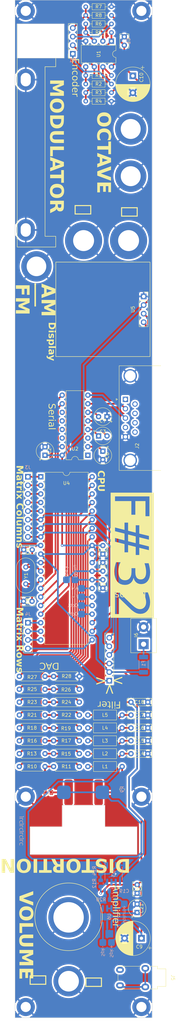
<source format=kicad_pcb>
(kicad_pcb (version 20221018) (generator pcbnew)
  (layers (0 "F.Cu" signal) (31 "B.Cu" signal) (34 "B.Paste" user) (35 "F.Paste" user) (36 "B.SilkS" user "B.Silkscreen") (37 "F.SilkS" user "F.Silkscreen") (38 "B.Mask" user) (39 "F.Mask" user) (44 "Edge.Cuts" user))
  (net 0 "")
  (net 1 "Net-(DISTORTION1-Pad1)")
  (net 2 "Net-(U2-C2+)")
  (net 3 "Net-(C13-Pad2)")
  (net 4 "GND")
  (net 5 "Net-(C16-Pad1)")
  (net 6 "Net-(U2-C2-)")
  (net 7 "Net-(U2-VS+)")
  (net 8 "Net-(C17-Pad1)")
  (net 9 "Net-(C19-Pad1)")
  (net 10 "Net-(J6-Pin_1)")
  (net 13 "RESET")
  (net 14 "+5V")
  (net 15 "MOSI")
  (net 16 "CLK")
  (net 17 "MISO")
  (net 18 "Net-(L1-Pad1)")
  (net 20 "Net-(C13-Pad1)")
  (net 21 "Net-(C14-Pad1)")
  (net 22 "Net-(C15-Pad1)")
  (net 23 "Net-(U2-VS-)")
  (net 24 "Net-(U4-XTAL1)")
  (net 25 "Net-(U4-XTAL2)")
  (net 26 "Net-(U3B-+)")
  (net 27 "Net-(U3B--)")
  (net 29 "DAC7")
  (net 32 "DAC6")
  (net 33 "Net-(J3-Pin_1)")
  (net 34 "DAC5")
  (net 35 "Net-(J3-Pin_2)")
  (net 36 "DAC4")
  (net 37 "Net-(J3-Pin_3)")
  (net 38 "DAC3")
  (net 39 "Net-(J3-Pin_4)")
  (net 40 "DAC2")
  (net 41 "Net-(J3-Pin_5)")
  (net 42 "DAC1")
  (net 43 "Net-(R11-Pad2)")
  (net 44 "DAC0")
  (net 45 "Tremolo")
  (net 46 "Vibrato")
  (net 47 "OctaveSetting1")
  (net 48 "OctaveSetting0")
  (net 49 "Net-(U6-+)")
  (net 50 "Net-(U3A--)")
  (net 51 "Net-(R15-Pad2)")
  (net 52 "Net-(U2-T2OUT)")
  (net 53 "PhaseB")
  (net 54 "Net-(U2-R2IN)")
  (net 55 "Net-(SW6A-C)")
  (net 56 "PhaseA")
  (net 57 "Net-(R17-Pad2)")
  (net 58 "Net-(R19-Pad2)")
  (net 59 "Net-(R22-Pad2)")
  (net 60 "Net-(R24-Pad2)")
  (net 61 "Net-(R26-Pad2)")
  (net 62 "Rx")
  (net 63 "Tx")
  (net 64 "Net-(M1-Pad3)")
  (net 65 "Net-(M1--)")
  (net 66 "Net-(U1A--)")
  (net 67 "Net-(U1B-+)")
  (net 68 "Net-(U1A-+)")
  (net 69 "Net-(U3A-+)")
  (net 70 "Net-(U6--)")
  (net 71 "Net-(SW6A-B)")
  (net 72 "Net-(SW6B-B)")
  (net 73 "Net-(SW6B-C)")
  (net 75 "Row0")
  (net 76 "Row1")
  (net 77 "Row2")
  (net 78 "Row3")
  (net 79 "SCL")
  (net 80 "SDA")
  (net 81 "MenuBtn")
  (net 82 "BackBtn")
  (net 89 "Net-(M1-Pad1)")
  (footprint "Capacitor_THT:C_Rect_L7.0mm_W2.0mm_P5.00mm" (layer "F.Cu") (at 103.585 179.705)
    (fp_text reference "C18")
    (fp_text value "94p")
  )
  (footprint "Resistor_THT:R_Axial_DIN0207_L6.3mm_D2.5mm_P7.62mm_Horizontal" (layer "F.Cu") (at 80.645 172.085)
    (fp_text reference "R28")
    (fp_text value "2k")
  )
  (footprint "Capacitor_THT:C_Rect_L4.0mm_W2.5mm_P2.50mm" (layer "F.Cu") (at 71.76 149.86)
    (fp_text reference "C8")
    (fp_text value "18p")
  )
  (footprint "" (layer "F.Cu") (at 88.9 146.05 -90)
    (fp_text reference "")
    (fp_text value "")
  )
  (footprint "Resistor_THT:R_Axial_DIN0204_L3.6mm_D1.6mm_P7.62mm_Horizontal" (layer "F.Cu") (at 90.18 -3.135)
    (fp_text reference "R2")
    (fp_text value "10k")
  )
  (footprint "Resistor_THT:R_Axial_DIN0204_L3.6mm_D1.6mm_P7.62mm_Horizontal" (layer "F.Cu") (at 97.8 -18.375 180)
    (fp_text reference "R5")
    (fp_text value "680k")
  )
  (footprint "Capacitor_THT:CP_Radial_Tantal_D5.0mm_P2.50mm" (layer "F.Cu") (at 96.48 95.25 180)
    (fp_text reference "C7")
    (fp_text value "10u")
  )
  (footprint "Connector_PinHeader_2.54mm:PinHeader_1x06_P2.54mm_Vertical" (layer "F.Cu") (at 97.155 173.355 180)
    (fp_text reference "J1" hide)
    (fp_text value "PICkit2")
  )
  (footprint "Connector_Wire:SolderWirePad_1x01_SMD_1x2mm" (layer "F.Cu") (at 75.565 50.8 -90)
    (fp_text reference "REF**" hide)
    (fp_text value "SolderWirePad_1x01_SMD_1x2mm")
  )
  (footprint "" (layer "F.Cu") (at 101.6 245.745 -90)
    (fp_text reference "")
    (fp_text value "")
  )
  (footprint "" (layer "F.Cu") (at 83.675 206.375 -90)
    (fp_text reference "")
    (fp_text value "")
  )
  (footprint "Capacitor_THT:C_Rect_L4.0mm_W2.5mm_P2.50mm" (layer "F.Cu") (at 105.41 233.72 -90)
    (fp_text reference "C20")
    (fp_text value "100n")
  )
  (footprint "Resistor_THT:R_Axial_DIN0207_L6.3mm_D2.5mm_P7.62mm_Horizontal" (layer "F.Cu") (at 70.485 183.515)
    (fp_text reference "R21")
    (fp_text value "2k")
  )
  (footprint "" (layer "F.Cu") (at 85.09 206.405 180)
    (fp_text reference "")
    (fp_text value "")
  )
  (footprint "Capacitor_THT:C_Rect_L4.0mm_W2.5mm_P2.50mm" (layer "F.Cu") (at 95.25 140.95 90)
    (fp_text reference "C5")
    (fp_text value "100n")
  )
  (footprint "Resistor_SMD:R_0805_2012Metric" (layer "F.Cu") (at 100.965 205.4925 90)
    (fp_text reference "R9")
    (fp_text value "56k")
  )
  (footprint "" (layer "F.Cu") (at 106.68 207.675 -90)
    (fp_text reference "")
    (fp_text value "")
  )
  (footprint "Resistor_THT:R_Axial_DIN0207_L6.3mm_D2.5mm_P7.62mm_Horizontal" (layer "F.Cu") (at 80.645 187.325)
    (fp_text reference "R19")
    (fp_text value "1k")
  )
  (footprint "Resistor_THT:R_Axial_DIN0207_L6.3mm_D2.5mm_P7.62mm_Horizontal" (layer "F.Cu") (at 80.645 179.705)
    (fp_text reference "R24")
    (fp_text value "1k")
  )
  (footprint "" (layer "F.Cu") (at 101.6 239.395 -90)
    (fp_text reference "")
    (fp_text value "")
  )
  (footprint "Resistor_THT:R_Axial_DIN0207_L6.3mm_D2.5mm_P7.62mm_Horizontal" (layer "F.Cu") (at 80.645 175.895)
    (fp_text reference "R26")
    (fp_text value "1k")
  )
  (footprint "TerminalBlock:TerminalBlock_bornier-2_P5.08mm" (layer "F.Cu") (at 107.315 162.56 90)
    (fp_text reference "J6")
    (fp_text value "POWER")
  )
  (footprint "Connector_PinSocket_2.54mm:PinSocket_1x08_P2.54mm_Vertical" (layer "F.Cu") (at 73.03 113.03)
    (fp_text reference "J3")
    (fp_text value "MatrixCols")
  )
  (footprint "" (layer "F.Cu") (at 97.79 250.825 -90)
    (fp_text reference "")
    (fp_text value "")
  )
  (footprint "Package_DIP:DIP-40_W15.24mm" (layer "F.Cu") (at 76.835 113.035)
    (fp_text reference "U4")
    (fp_text value "ATmega32-16P")
  )
  (footprint "Capacitor_THT:CP_Radial_Tantal_D5.0mm_P2.50mm" (layer "F.Cu") (at 95.25 105.474888 -90)
    (fp_text reference "C6")
    (fp_text value "10u")
  )
  (footprint "Capacitor_THT:CP_Radial_Tantal_D5.0mm_P2.50mm" (layer "F.Cu") (at 78.105 106.68 90)
    (fp_text reference "C2")
    (fp_text value "10u")
  )
  (footprint "" (layer "F.Cu") (at 93.98 206.405 180)
    (fp_text reference "")
    (fp_text value "")
  )
  (footprint "Connector_PinSocket_2.54mm:PinSocket_1x04_P2.54mm_Vertical" (layer "F.Cu") (at 73.03 156.21)
    (fp_text reference "J4")
    (fp_text value "MatrixRows")
  )
  (footprint "" (layer "F.Cu") (at 88.9 148.59 -90)
    (fp_text reference "")
    (fp_text value "")
  )
  (footprint "Connector_Wire:SolderWire-0.1sqmm_1x01_D0.4mm_OD1mm" (layer "F.Cu") (at 72.39 269.875 -90)
    (fp_text reference "" hide)
    (fp_text value "SolderWire-0.1sqmm_1x01_D0.4mm_OD1mm" hide)
  )
  (footprint "Inductor_THT:L_Axial_L6.6mm_D2.7mm_P10.16mm_Horizontal_Vishay_IM-2" (layer "F.Cu") (at 100.965 194.945 180)
    (fp_text reference "L2")
    (fp_text value "56m")
  )
  (footprint "Connector_Audio:Jack_3.5mm_Lumberg_1503_07_Horizontal" (layer "F.Cu") (at 107.83 258.445 -90)
    (fp_text reference "J5")
    (fp_text value "AudioJack2_Ground")
  )
  (footprint "Capacitor_THT:C_Rect_L4.0mm_W2.5mm_P2.50mm" (layer "F.Cu") (at 101.61 -14.605 90)
    (fp_text reference "C1")
    (fp_text value "100n")
  )
  (footprint "Resistor_THT:R_Axial_DIN0207_L6.3mm_D2.5mm_P7.62mm_Horizontal" (layer "F.Cu") (at 70.485 191.135)
    (fp_text reference "R16")
    (fp_text value "2k")
  )
  (footprint "Crystal:Resonator-2Pin_W10.0mm_H5.0mm" (layer "F.Cu") (at 72.395 144.74 90)
    (fp_text reference "Y1")
    (fp_text value "16M")
  )
  (footprint "" (layer "F.Cu") (at 95.105 206.375 180)
    (fp_text reference "")
    (fp_text value "")
  )
  (footprint "Resistor_THT:R_Axial_DIN0204_L3.6mm_D1.6mm_P7.62mm_Horizontal" (layer "F.Cu") (at 90.18 -0.595)
    (fp_text reference "R3")
    (fp_text value "10k")
  )
  (footprint "Resistor_THT:R_Axial_DIN0207_L6.3mm_D2.5mm_P7.62mm_Horizontal" (layer "F.Cu") (at 80.645 183.515)
    (fp_text reference "R22")
    (fp_text value "1k")
  )
  (footprint "Resistor_THT:R_Axial_DIN0207_L6.3mm_D2.5mm_P7.62mm_Horizontal" (layer "F.Cu") (at 80.645 191.135)
    (fp_text reference "R17")
    (fp_text value "1k")
  )
  (footprint "Capacitor_THT:CP_Radial_D10.0mm_P5.00mm" (layer "F.Cu") (at 106.68 249.555 180)
    (fp_text reference "C9")
    (fp_text value "100u")
  )
  (footprint "Resistor_THT:R_Axial_DIN0207_L6.3mm_D2.5mm_P7.62mm_Horizontal" (layer "F.Cu") (at 70.485 172.085)
    (fp_text reference "R27")
    (fp_text value "2k")
  )
  (footprint "Connector_Wire:SolderWire-0.1sqmm_1x01_D0.4mm_OD1mm" (layer "F.Cu") (at 106.68 269.875 -90)
    (fp_text reference "" hide)
    (fp_text value "SolderWire-0.1sqmm_1x01_D0.4mm_OD1mm" hide)
  )
  (footprint "Resistor_THT:R_Axial_DIN0207_L6.3mm_D2.5mm_P7.62mm_Horizontal" (layer "F.Cu") (at 80.645 198.755)
    (fp_text reference "R11")
    (fp_text value "1k")
  )
  (footprint "Connector_Wire:SolderWirePad_1x01_SMD_1x2mm" (layer "F.Cu") (at 85.09 243.37 -90)
    (fp_text reference "REF**" hide)
    (fp_text value "SolderWirePad_1x01_SMD_1x2mm")
  )
  (footprint "Inductor_THT:L_Axial_L6.6mm_D2.7mm_P10.16mm_Horizontal_Vishay_IM-2" (layer "F.Cu") (at 100.965 183.515 180)
    (fp_text reference "L5")
    (fp_text value "56m")
  )
  (footprint "Capacitor_THT:C_Rect_L7.0mm_W2.0mm_P5.00mm" (layer "F.Cu") (at 103.585 191.135)
    (fp_text reference "C15")
    (fp_text value "94p")
  )
  (footprint "Connector_Wire:SolderWirePad_1x01_SMD_1x2mm" (layer "F.Cu") (at 102.87 43.18 -90)
    (fp_text reference "REF**" hide)
    (fp_text value "SolderWirePad_1x01_SMD_1x2mm")
  )
  (footprint "Resistor_THT:R_Axial_DIN0204_L3.6mm_D1.6mm_P7.62mm_Horizontal" (layer "F.Cu") (at 90.18 -25.995)
    (fp_text reference "R7")
    (fp_text value "10k")
  )
  (footprint "Resistor_THT:R_Axial_DIN0204_L3.6mm_D1.6mm_P7.62mm_Horizontal" (layer "F.Cu") (at 90.18 1.945)
    (fp_text reference "R4")
    (fp_text value "10k")
  )
  (footprint "Capacitor_THT:C_Rect_L4.0mm_W2.5mm_P2.50mm" (layer "F.Cu") (at 95.25 143.51 -90)
    (fp_text reference "C4")
    (fp_text value "100n")
  )
  (footprint "Resistor_THT:R_Axial_DIN0207_L6.3mm_D2.5mm_P7.62mm_Horizontal" (layer "F.Cu") (at 70.485 194.945)
    (fp_text reference "R13")
    (fp_text value "2k")
  )
  (footprint "Capacitor_THT:C_Rect_L4.0mm_W2.5mm_P2.50mm" (layer "F.Cu") (at 71.8 134.62)
    (fp_text reference "C11")
    (fp_text value "18p")
  )
  (footprint "" (layer "F.Cu") (at 86.995 143.51 -90)
    (fp_text reference "")
    (fp_text value "")
  )
  (footprint "" (layer "F.Cu") (at 84.455 143.51 -90)
    (fp_text reference "")
    (fp_text value "")
  )
  (footprint "Capacitor_THT:C_Rect_L4.0mm_W2.5mm_P2.50mm" (layer "F.Cu") (at 95.25 133.39 -90)
    (fp_text reference "C12")
    (fp_text value "100n")
  )
  (footprint "Capacitor_THT:CP_Radial_D10.0mm_P5.00mm" (layer "F.Cu") (at 104.14 -5.542677 -90)
    (fp_text reference "C10")
    (fp_text value "100u")
  )
  (footprint "Package_DIP:DIP-8_W7.62mm" (layer "F.Cu") (at 97.79 -15.825 -90)
    (fp_text reference "U1")
    (fp_text value "TLC3702")
  )
  (footprint "Capacitor_THT:CP_Radial_Tantal_D5.0mm_P2.50mm" (layer "F.Cu") (at 93.98 100.965)
    (fp_text reference "C3")
    (fp_text value "10u")
  )
  (footprint "Connector_Wire:SolderWire-0.1sqmm_1x01_D0.4mm_OD1mm" (layer "F.Cu") (at 72.39 40.035 -90)
    (fp_text reference "" hide)
    (fp_text value "SolderWire-0.1sqmm_1x01_D0.4mm_OD1mm" hide)
  )
  (footprint "" (layer "F.Cu") (at 72.39 207.675 -90)
    (fp_text reference "")
    (fp_text value "")
  )
  (footprint "Inductor_THT:L_Axial_L6.6mm_D2.7mm_P10.16mm_Horizontal_Vishay_IM-2" (layer "F.Cu") (at 100.965 198.755 180)
    (fp_text reference "L1")
    (fp_text value "56m")
  )
  (footprint "Connector_Wire:SolderWirePad_1x01_SMD_1x2mm" (layer "F.Cu") (at 103.505 10.16 -90)
    (fp_text reference "REF**" hide)
    (fp_text value "SolderWirePad_1x01_SMD_1x2mm")
  )
  (footprint "Connector_PinSocket_2.54mm:PinSocket_1x04_P2.54mm_Vertical" (layer "F.Cu") (at 86.335 -12.075 180)
    (fp_text reference "M1")
    (fp_text value "Stepper")
  )
  (footprint "Connector_PinSocket_2.54mm:PinSocket_1x04_P2.54mm_Vertical" (layer "F.Cu") (at 107.34 59.7)
    (fp_text reference "U5")
    (fp_text value "SSD1306")
  )
  (footprint "Capacitor_THT:C_Rect_L7.0mm_W2.0mm_P5.00mm" (layer "F.Cu") (at 103.585 183.515)
    (fp_text reference "C17")
    (fp_text value "94p")
  )
  (footprint "Capacitor_THT:C_Rect_L7.0mm_W2.0mm_P5.00mm" (layer "F.Cu") (at 103.585 187.325)
    (fp_text reference "C16")
    (fp_text value "94p")
  )
  (footprint "Resistor_THT:R_Axial_DIN0207_L6.3mm_D2.5mm_P7.62mm_Horizontal" (layer "F.Cu") (at 70.485 179.705)
    (fp_text reference "R23")
    (fp_text value "2k")
  )
  (footprint "Connector_Dsub:DSUB-9_Female_Horizontal_P2.77x2.84mm_EdgePinOffset7.70mm_Housed_MountingHolesOffset9.12mm" (layer "F.Cu") (at 101.935 90.145 90)
    (fp_text reference "J2")
    (fp_text value "SerialPort")
  )
  (footprint "Connector_Wire:SolderWirePad_1x01_SMD_1x2mm" (layer "F.Cu") (at 103.505 24.13 -90)
    (fp_text reference "REF**" hide)
    (fp_text value "SolderWirePad_1x01_SMD_1x2mm")
  )
  (footprint "Inductor_THT:L_Axial_L6.6mm_D2.7mm_P10.16mm_Horizontal_Vishay_IM-2" (layer "F.Cu") (at 100.965 191.135 180)
    (fp_text reference "L3")
    (fp_text value "56m")
  )
  (footprint "Resistor_THT:R_Axial_DIN0204_L3.6mm_D1.6mm_P7.62mm_Horizontal" (layer "F.Cu") (at 90.18 -20.915)
    (fp_text reference "R6")
    (fp_text value "10k")
  )
  (footprint "Package_DIP:DIP-16_W7.62mm" (layer "F.Cu") (at 90.805 106.68 180)
    (fp_text reference "U2")
    (fp_text value "MAX232")
  )
  (footprint "Connector_Wire:SolderWirePad_1x01_SMD_1x2mm" (layer "F.Cu") (at 89.535 43.18 -90)
    (fp_text reference "REF**" hide)
    (fp_text value "SolderWirePad_1x01_SMD_1x2mm")
  )
  (footprint "Resistor_THT:R_Axial_DIN0207_L6.3mm_D2.5mm_P7.62mm_Horizontal" (layer "F.Cu") (at 70.485 198.755)
    (fp_text reference "R10")
    (fp_text value "2k")
  )
  (footprint "Resistor_THT:R_Axial_DIN0204_L3.6mm_D1.6mm_P7.62mm_Horizontal" (layer "F.Cu") (at 97.8 -5.675 180)
    (fp_text reference "R1")
    (fp_text value "680k")
  )
  (footprint "Capacitor_THT:C_Rect_L7.0mm_W2.0mm_P5.00mm" (layer "F.Cu") (at 103.585 194.945)
    (fp_text reference "C14")
    (fp_text value "94p")
  )
  (footprint "Capacitor_SMD:C_0805_2012Metric" (layer "F.Cu") (at 79.055 206.405 180)
    (fp_text reference "C13")
    (fp_text value "C")
  )
  (footprint "Connector_Wire:SolderWirePad_1x01_SMD_1x2mm" (layer "F.Cu") (at 85.09 262.255 -90)
    (fp_text reference "REF**" hide)
    (fp_text value "SolderWirePad_1x01_SMD_1x2mm")
  )
  (footprint "Resistor_THT:R_Axial_DIN0207_L6.3mm_D2.5mm_P7.62mm_Horizontal" (layer "F.Cu") (at 80.645 194.945)
    (fp_text reference "R15")
    (fp_text value "1k")
  )
  (footprint "Resistor_THT:R_Axial_DIN0204_L3.6mm_D1.6mm_P7.62mm_Horizontal" (layer "F.Cu") (at 90.18 -23.455)
    (fp_text reference "R8")
    (fp_text value "10k")
  )
  (footprint "Connector_Wire:SolderWire-0.1sqmm_1x01_D0.4mm_OD1mm" (layer "F.Cu") (at 72.39 -4.445 -90)
    (fp_text reference "" hide)
    (fp_text value "SolderWire-0.1sqmm_1x01_D0.4mm_OD1mm" hide)
  )
  (footprint "" (layer "F.Cu") (at 88.9 151.13 -90)
    (fp_text reference "")
    (fp_text value "")
  )
  (footprint "" (layer "F.Cu") (at 106.68 -24.765 -90)
    (fp_text reference "")
    (fp_text value "")
  )
  (footprint "Resistor_THT:R_Axial_DIN0207_L6.3mm_D2.5mm_P7.62mm_Horizontal" (layer "F.Cu") (at 70.485 187.325)
    (fp_text reference "R18")
    (fp_text value "2k")
  )
  (footprint "" (layer "F.Cu") (at 72.39 -24.765 -90)
    (fp_text reference "")
    (fp_text value "")
  )
  (footprint "" (layer "F.Cu") (at 95.25 250.825 -90)
    (fp_text reference "")
    (fp_text value "")
  )
  (footprint "Capacitor_THT:CP_Radial_Tantal_D5.0mm_P2.50mm" (layer "F.Cu") (at 105.41 241.935 90)
    (fp_text reference "C21")
    (fp_text value "10u")
  )
  (footprint "Resistor_THT:R_Axial_DIN0207_L6.3mm_D2.5mm_P7.62mm_Horizontal" (layer "F.Cu") (at 70.485 175.895)
    (fp_text reference "R25")
    (fp_text value "2k")
  )
  (footprint "" (layer "F.Cu") (at 88.9 153.67 -90)
    (fp_text reference "")
    (fp_text value "")
  )
  (footprint "Inductor_THT:L_Axial_L6.6mm_D2.7mm_P10.16mm_Horizontal_Vishay_IM-2" (layer "F.Cu") (at 100.965 187.325 180)
    (fp_text reference "L4")
    (fp_text value "56m")
  )
  (footprint "Package_SO:SOIC-8_3.9x4.9mm_P1.27mm" (layer "B.Cu") (at 97.155 243.205 -90)
    (fp_text reference "U6")
    (fp_text value "LM4861")
  )
  (footprint "Resistor_SMD:R_0805_2012Metric" (layer "B.Cu") (at 94.615 229.5925 90)
    (fp_text reference "R14")
    (fp_text value "R")
  )
  (footprint "Package_SO:SOIC-8_3.9x4.9mm_P1.27mm" (layer "B.Cu") (at 98.425 230.44 -90)
    (fp_text reference "U3")
    (fp_text value "MCP6002-xSN")
  )
  (footprint "Capacitor_SMD:C_0805_2012Metric" (layer "B.Cu") (at 98.11 235.585)
    (fp_text reference "C19")
    (fp_text value "C")
  )
  (footprint "Resistor_SMD:R_0805_2012Metric" (layer "B.Cu") (at 98.1475 238.125 180)
    (fp_text reference "R20")
    (fp_text value "56k")
  )
  (footprint "Resistor_SMD:R_0805_2012Metric" (layer "B.Cu") (at 94.615 233.3225 90)
    (fp_text reference "R12")
    (fp_text value "R")
  )
  (footprint "Fuse:Fuse_2010_5025Metric" (layer "B.Cu") (at 107.315 168.62 90)
    (fp_text reference "F1")
    (fp_text value "Fuse")
  )
  (gr_line (start 69.85 -20.955) (end 69.85 45.085) (stroke (width 0.15)) (layer "F.SilkS"))
  (gr_rect (start 81.305 49.54) (end 109.245 77.48) (stroke (width 0.15)) (fill none) (layer "F.SilkS"))
  (gr_line (start 81.28 45.085) (end 81.28 41.91) (stroke (width 0.15)) (layer "F.SilkS"))
  (gr_line (start 81.28 -8.255) (end 78.105 -8.255) (stroke (width 0.15)) (layer "F.SilkS"))
  (gr_line (start 78.105 -8.255) (end 78.105 41.91) (stroke (width 0.15)) (layer "F.SilkS"))
  (gr_circle (center 85.09 243.205) (end 85.09 253.205) (stroke (width 0.15)) (fill none) (layer "F.SilkS"))
  (gr_line (start 81.28 -8.255) (end 81.28 -10.795) (stroke (width 0.15)) (layer "F.SilkS"))
  (gr_line (start 69.85 45.085) (end 81.28 45.085) (stroke (width 0.15)) (layer "F.SilkS"))
  (gr_line (start 81.28 41.91) (end 78.105 41.91) (stroke (width 0.15)) (layer "F.SilkS"))
  (gr_line (start 105.41 224.79) (end 105.41 216.535) (stroke (width 0.1)) (layer "Edge.Cuts"))
  (gr_line (start 73.66 216.535) (end 73.66 224.79) (stroke (width 0.1)) (layer "Edge.Cuts"))
  (gr_line (start 83.185 210.185) (end 83.185 216.535) (stroke (width 0.1)) (layer "Edge.Cuts"))
  (gr_line (start 95.885 210.185) (end 83.185 210.185) (stroke (width 0.1)) (layer "Edge.Cuts"))
  (gr_line (start 95.885 216.535) (end 95.885 210.185) (stroke (width 0.1)) (layer "Edge.Cuts"))
  (gr_line (start 73.66 224.79) (end 105.41 224.79) (stroke (width 0.1)) (layer "Edge.Cuts"))
  (gr_line (start 105.41 216.535) (end 95.885 216.535) (stroke (width 0.1)) (layer "Edge.Cuts"))
  (gr_line (start 83.185 216.535) (end 73.66 216.535) (stroke (width 0.1)) (layer "Edge.Cuts"))
  (gr_rect (start 69.85 -20.955) (end 83.82 -10.795) (stroke (width 0.1)) (fill none) (layer "Edge.Cuts"))
  (gr_rect (start 69.215 -27.94) (end 109.855 273.05) (stroke (width 0.1)) (fill none) (layer "Edge.Cuts"))
  (gr_text "Volume" (at 101.6 242.57 -90) (layer "B.SilkS") (effects (font (size 1 1)) (justify mirror)))
  (gr_text "Menu" (at 86.995 140.97 -90) (layer "B.SilkS") (effects (font (size 1 1)) (justify mirror)))
  (gr_text "JLCJLCJLCJLC" (at 71.12 217.805 90) (layer "B.SilkS") (effects (font (size 1 1)) (justify mirror)))
  (gr_text "Oct1" (at 86.36 151.13) (layer "B.SilkS") (effects (font (size 1 1)) (justify mirror)))
  (gr_text "Back" (at 84.455 140.97 -90) (layer "B.SilkS") (effects (font (size 1 1)) (justify mirror)))
  (gr_text "Oct0" (at 86.36 153.67) (layer "B.SilkS") (effects (font (size 1 1)) (justify mirror)))
  (gr_text "FM" (at 86.995 148.59) (layer "B.SilkS") (effects (font (size 1 1)) (justify mirror)))
  (gr_text "Spk-" (at 95.25 253.365 -90) (layer "B.SilkS") (effects (font (size 1 1)) (justify mirror)))
  (gr_text "Spk+" (at 97.79 253.365 -90) (layer "B.SilkS") (effects (font (size 1 1)) (justify mirror)))
  (gr_text "AM" (at 86.995 146.05) (layer "B.SilkS") (effects (font (size 1 1)) (justify mirror)))
  (gr_text "Matrix Columns" (at 70.485 121.92 -90) (layer "F.SilkS") (effects (font (size 2 2) (thickness 0.4) bold)))
  (gr_text "CPU" (at 94.615 114.3 -90) (layer "F.SilkS") (effects (font (size 2 2) (thickness 0.4) bold)))
  (gr_text "Serial" (at 80.01 95.25 -90) (layer "F.SilkS") (effects (font (size 2 2))))
  (gr_text "Display\n" (at 80.01 73.025 -90) (layer "F.SilkS") (effects (font (size 2 2) (thickness 0.4) bold)))
  (gr_text "MODULATOR" (at 81.28 15.24 -90) (layer "F.SilkS") (effects (font (size 4 4) (thickness 0.8) bold)))
  (gr_text "Filter" (at 97.155 180.34 180) (layer "F.SilkS") (effects (font (size 2 2))))
  (gr_text "Encoder" (at 86.995 -5.08 -90) (layer "F.SilkS") (effects (font (size 2 2))))
  (gr_text "󰁭 " (at 89.535 32.385 -90) (layer "F.SilkS") (effects (font (size 4 4) (thickness 0.375)) (justify left)))
  (gr_text "󰋋 " (at 76.2 262.89 -90) (layer "F.SilkS") (effects (font (size 4 4) (thickness 0.6) bold)))
  (gr_text "<" (at 97.155 175.895 -90) (layer "F.SilkS") (effects (font (size 3 3))))
  (gr_text "<" (at 94.615 173.355 180) (layer "F.SilkS") (effects (font (size 3 3))))
  (gr_text "Flofrost" (at 102.87 147.955 180) (layer "F.SilkS") (effects (font (size 2 2))))
  (gr_text "VOLUME" (at 69.85 235.585 -90) (layer "F.SilkS") (effects (font (size 4 4) (thickness 0.6) bold) (justify left bottom)))
  (gr_text "<" (at 99.695 173.355) (layer "F.SilkS") (effects (font (size 3 3))))
  (gr_text "OCTAVE" (at 95.25 17.145 -90) (layer "F.SilkS") (effects (font (size 4 4) (thickness 0.6) bold)))
  (gr_text "AM" (at 78.74 55.88 -90) (layer "F.SilkS") (effects (font (size 4 4) (thickness 0.8) bold) (justify left)))
  (gr_text "DAC" (at 79.375 168.91 180) (layer "F.SilkS") (effects (font (size 2 2))))
  (gr_text "󱄠 " (at 92.71 263.525 -90) (layer "F.SilkS") (effects (font (size 4 4) (thickness 0.6) bold)))
  (gr_text "FM" (at 71.12 55.88 -90) (layer "F.SilkS") (effects (font (size 4 4) (thickness 0.8) bold) (justify left)))
  (gr_text "F#32" (at 97.155 117.475 -90) (layer "F.SilkS" knockout) (effects (font (size 10 10)) (justify left bottom)))
  (gr_text "──" (at 74.93 55.88 -90) (layer "F.SilkS") (effects (font (size 4 4) (thickness 0.8) bold) (justify left)))
  (gr_text "󰮫 " (at 100.965 33.02 -90) (layer "F.SilkS") (effects (font (size 4 4) (thickness 0.6) bold) (justify left bottom)))
  (gr_text "DISTORTION" (at 103.505 225.425 180) (layer "F.SilkS") (effects (font (size 4 4) (thickness 0.3) bold) (justify left bottom)))
  (gr_text "Amplifier" (at 99.06 240.03 -90) (layer "F.SilkS") (effects (font (size 2 2))))
  (gr_text "Matrix Rows" (at 70.485 161.29 -90) (layer "F.SilkS") (effects (font (size 2 2) (thickness 0.4) bold)))
  (segment (start 100.965 206.405) (end 93.98 206.405) (width 0.5) (layer "F.Cu") (net 1))
  (segment (start 90.805 99.06) (end 92.075 99.06) (width 0.5) (layer "F.Cu") (net 2))
  (segment (start 92.075 99.06) (end 93.98 100.965) (width 0.5) (layer "F.Cu") (net 2))
  (segment (start 78.105 206.405) (end 78.105 198.755) (width 0.5) (layer "F.Cu") (net 3))
  (segment (start 80.645 198.755) (end 78.105 198.755) (width 0.5) (layer "F.Cu") (net 3))
  (via (at 99.06 230.505) (size 0.8) (drill 0.4) (layers "F.Cu" "B.Cu") (net 4))
  (segment (start 100.33 229.235) (end 99.06 230.505) (width 0.5) (layer "B.Cu") (net 4))
  (segment (start 100.33 227.965) (end 100.33 229.235) (width 0.5) (layer "B.Cu") (net 4))
  (segment (start 103.665 187.325) (end 100.965 187.325) (width 0.5) (layer "F.Cu") (net 5))
  (segment (start 90.805 191.135) (end 97.155 191.135) (width 0.5) (layer "F.Cu") (net 5))
  (segment (start 97.155 191.135) (end 100.965 187.325) (width 0.5) (layer "F.Cu") (net 5))
  (segment (start 90.805 96.52) (end 92.035 96.52) (width 0.5) (layer "F.Cu") (net 6))
  (segment (start 92.035 96.52) (end 96.48 100.965) (width 0.5) (layer "F.Cu") (net 6))
  (segment (start 90.805 104.14) (end 93.915112 104.14) (width 0.5) (layer "F.Cu") (net 7))
  (segment (start 93.915112 104.14) (end 95.25 105.474888) (width 0.5) (layer "F.Cu") (net 7))
  (segment (start 97.155 187.325) (end 100.965 183.515) (width 0.5) (layer "F.Cu") (net 8))
  (segment (start 90.805 187.325) (end 97.155 187.325) (width 0.5) (layer "F.Cu") (net 8))
  (segment (start 103.665 183.515) (end 100.965 183.515) (width 0.5) (layer "F.Cu") (net 8))
  (segment (start 97.235 235.66) (end 97.16 235.585) (width 0.5) (layer "B.Cu") (net 9))
  (segment (start 97.235 238.125) (end 97.235 235.66) (width 0.5) (layer "B.Cu") (net 9))
  (segment (start 107.315 166.37) (end 107.315 162.56) (width 0.5) (layer "B.Cu") (net 10))
  (segment (start 70.485 163.58) (end 70.485 134.167233) (width 0.5) (layer "B.Cu") (net 13))
  (segment (start 97.155 173.355) (end 93.98 173.355) (width 0.5) (layer "B.Cu") (net 13))
  (segment (start 85.755 165.13) (end 72.035 165.13) (width 0.5) (layer "B.Cu") (net 13))
  (segment (start 71.297233 133.355) (end 76.835 133.355) (width 0.5) (layer "B.Cu") (net 13))
  (segment (start 72.035 165.13) (end 70.485 163.58) (width 0.5) (layer "B.Cu") (net 13))
  (segment (start 70.485 134.167233) (end 71.297233 133.355) (width 0.5) (layer "B.Cu") (net 13))
  (segment (start 93.98 173.355) (end 85.755 165.13) (width 0.5) (layer "B.Cu") (net 13))
  (segment (start 97.8 -0.595) (end 101.61 -4.405) (width 0.5) (layer "F.Cu") (net 14))
  (segment (start 101.61 -14.605) (end 101.61 -8.072677) (width 0.5) (layer "F.Cu") (net 14))
  (segment (start 105.41 199.39) (end 105.41 174.625) (width 0.5) (layer "F.Cu") (net 14))
  (segment (start 105.41 174.625) (end 101.6 170.815) (width 0.5) (layer "F.Cu") (net 14))
  (segment (start 101.61 -4.405) (end 101.61 -14.605) (width 0.5) (layer "F.Cu") (net 14))
  (segment (start 106.68 214.45) (end 103.015 210.785) (width 0.5) (layer "F.Cu") (net 14))
  (segment (start 83.185 106.68) (end 83.185 133.35) (width 0.5) (layer "F.Cu") (net 14))
  (segment (start 106.68 232.602586) (end 106.68 214.45) (width 0.5) (layer "F.Cu") (net 14))
  (segment (start 105.41 233.72) (end 105.562586 233.72) (width 0.5) (layer "F.Cu") (net 14))
  (segment (start 109.22 -0.462677) (end 104.14 -5.542677) (width 0.5) (layer "F.Cu") (net 14))
  (segment (start 107.34 62.24) (end 109.22 60.36) (width 0.5) (layer "F.Cu") (net 14))
  (segment (start 99.695 -21.56) (end 97.8 -23.455) (width 0.5) (layer "F.Cu") (net 14))
  (segment (start 103.015 201.785) (end 105.41 199.39) (width 0.5) (layer "F.Cu") (net 14))
  (segment (start 105.41 233.72) (end 97.115 233.72) (width 0.5) (layer "F.Cu") (net 14))
  (segment (start 109.22 60.36) (end 109.22 -0.462677) (width 0.5) (layer "F.Cu") (net 14))
  (segment (start 103.015 210.785) (end 103.015 201.785) (width 0.5) (layer "F.Cu") (net 14))
  (segment (start 101.61 -14.605) (end 99.695 -16.52) (width 0.5) (layer "F.Cu") (net 14))
  (segment (start 97.115 233.72) (end 94.615 236.22) (width 0.5) (layer "F.Cu") (net 14))
  (segment (start 101.61 -12.025) (end 97.79 -8.205) (width 0.5) (layer "F.Cu") (net 14))
  (segment (start 105.41 233.72) (end 106.68 234.99) (width 0.5) (layer "F.Cu") (net 14))
  (segment (start 101.6 170.815) (end 97.155 170.815) (width 0.5) (layer "F.Cu") (net 14))
  (segment (start 101.61 -8.072677) (end 104.14 -5.542677) (width 0.5) (layer "F.Cu") (net 14))
  (segment (start 105.562586 233.72) (end 106.68 232.602586) (width 0.5) (layer "F.Cu") (net 14))
  (segment (start 99.695 -16.52) (end 99.695 -21.56) (width 0.5) (layer "F.Cu") (net 14))
  (segment (start 101.61 -14.605) (end 101.61 -12.025) (width 0.5) (layer "F.Cu") (net 14))
  (segment (start 106.68 234.99) (end 106.68 249.555) (width 0.5) (layer "F.Cu") (net 14))
  (via (at 94.615 236.22) (size 0.8) (drill 0.4) (layers "F.Cu" "B.Cu") (net 14))
  (via (at 83.185 133.35) (size 0.8) (drill 0.4) (layers "F.Cu" "B.Cu") (net 14))
  (segment (start 107.315 170.87) (end 107.26 170.815) (width 0.5) (layer "B.Cu") (net 14))
  (segment (start 78.105 106.68) (end 83.185 106.68) (width 0.5) (layer "B.Cu") (net 14))
  (segment (start 95.215 133.355) (end 95.25 133.39) (width 0.5) (layer "B.Cu") (net 14))
  (segment (start 91.44 160.02) (end 81.915 150.495) (width 0.5) (layer "B.Cu") (net 14))
  (segment (start 92.075 133.355) (end 95.215 133.355) (width 0.5) (layer "B.Cu") (net 14))
  (segment (start 106.68 249.555) (end 106.68 248.055) (width 0.5) (layer "B.Cu") (net 14))
  (segment (start 93.325 137.185) (end 92.075 138.435) (width 0.5) (layer "B.Cu") (net 14))
  (segment (start 107.26 170.815) (end 97.155 170.815) (width 0.5) (layer "B.Cu") (net 14))
  (segment (start 76.835 135.895) (end 89.535 135.895) (width 0.5) (layer "B.Cu") (net 14))
  (segment (start 81.915 150.495) (end 81.915 140.975) (width 0.5) (layer "B.Cu") (net 14))
  (segment (start 92.607767 160.02) (end 91.44 160.02) (width 0.5) (layer "B.Cu") (net 14))
  (segment (start 97.79 244.475) (end 97.79 245.68) (width 0.5) (layer "B.Cu") (net 14))
  (segment (start 81.915 140.975) (end 76.835 135.895) (width 0.5) (layer "B.Cu") (net 14))
  (segment (start 89.555 100.31) (end 83.185 106.68) (width 0.5) (layer "B.Cu") (net 14))
  (segment (start 102.88 244.255) (end 98.01 244.255) (width 0.5) (layer "B.Cu") (net 14))
  (segment (start 97.155 170.815) (end 93.325 166.985) (width 0.5) (layer "B.Cu") (net 14))
  (segment (start 89.535 135.895) (end 92.075 133.355) (width 0.5) (layer "B.Cu") (net 14))
  (segment (start 92.075 133.355) (end 93.325 134.605) (width 0.5) (layer "B.Cu") (net 14))
  (segment (start 83.185 133.35) (end 83.19 133.355) (width 0.5) (layer "B.Cu") (net 14))
  (segment (start 94.615 234.235) (end 95.2 234.235) (width 0.5) (layer "B.Cu") (net 14))
  (segment (start 107.34 62.24) (end 89.555 80.025) (width 0.5) (layer "B.Cu") (net 14))
  (segment (start 89.555 80.025) (end 89.555 100.31) (width 0.5) (layer "B.Cu") (net 14))
  (segment (start 93.325 166.985) (end 93.325 160.737233) (width 0.5) (layer "B.Cu") (net 14))
  (segment (start 106.68 248.055) (end 102.88 244.255) (width 0.5) (layer "B.Cu") (net 14))
  (segment (start 94.615 234.235) (end 94.615 236.22) (width 0.5) (layer "B.Cu") (net 14))
  (segment (start 93.325 134.605) (end 93.325 137.185) (width 0.5) (layer "B.Cu") (net 14))
  (segment (start 95.2 234.235) (end 96.52 232.915) (width 0.5) (layer "B.Cu") (net 14))
  (segment (start 98.01 244.255) (end 97.79 244.475) (width 0.5) (layer "B.Cu") (net 14))
  (segment (start 93.325 160.737233) (end 92.607767 160.02) (width 0.5) (layer "B.Cu") (net 14))
  (segment (start 83.19 133.355) (end 92.075 133.355) (width 0.5) (layer "B.Cu") (net 14))
  (segment (start 76.83 125.73) (end 76.835 125.735) (width 0.5) (layer "F.Cu") (net 15))
  (segment (start 73.03 125.73) (end 76.83 125.73) (width 0.5) (layer "F.Cu") (net 15))
  (segment (start 97.155 165.735) (end 99.125 163.765) (width 0.5) (layer "B.Cu") (net 15))
  (segment (start 99.125 130.977233) (end 92.607767 124.46) (width 0.5) (layer "B.Cu") (net 15))
  (segment (start 99.125 163.765) (end 99.125 130.977233) (width 0.5) (layer "B.Cu") (net 15))
  (segment (start 78.11 124.46) (end 76.835 125.735) (width 0.5) (layer "B.Cu") (net 15))
  (segment (start 92.607767 124.46) (end 78.11 124.46) (width 0.5) (layer "B.Cu") (net 15))
  (segment (start 73.03 130.81) (end 76.83 130.81) (width 0.5) (layer "F.Cu") (net 16))
  (segment (start 76.83 130.81) (end 76.835 130.815) (width 0.5) (layer "F.Cu") (net 16))
  (segment (start 78.085 129.565) (end 76.835 130.815) (width 0.5) (layer "B.Cu") (net 16))
  (segment (start 97.725 133.92) (end 93.37 129.565) (width 0.5) (layer "B.Cu") (net 16))
  (segment (start 95.855 159.415) (end 97.725 157.545) (width 0.5) (layer "B.Cu") (net 16))
  (segment (start 93.37 129.565) (end 78.085 129.565) (width 0.5) (layer "B.Cu") (net 16))
  (segment (start 97.155 163.195) (end 95.855 161.895) (width 0.5) (layer "B.Cu") (net 16))
  (segment (start 97.725 157.545) (end 97.725 133.92) (width 0.5) (layer "B.Cu") (net 16))
  (segment (start 95.855 161.895) (end 95.855 159.415) (width 0.5) (layer "B.Cu") (net 16))
  (segment (start 76.83 128.27) (end 76.835 128.275) (width 0.5) (layer "F.Cu") (net 17))
  (segment (start 73.03 128.27) (end 76.83 128.27) (width 0.5) (layer "F.Cu") (net 17))
  (segment (start 76.835 128.275) (end 78.085 127.025) (width 0.5) (layer "B.Cu") (net 17))
  (segment (start 78.085 127.025) (end 92.592767 127.025) (width 0.5) (layer "B.Cu") (net 17))
  (segment (start 92.592767 127.025) (end 98.425 132.857233) (width 0.5) (layer "B.Cu") (net 17))
  (segment (start 98.425 159.385) (end 97.155 160.655) (width 0.5) (layer "B.Cu") (net 17))
  (segment (start 98.425 132.857233) (end 98.425 159.385) (width 0.5) (layer "B.Cu") (net 17))
  (segment (start 100.965 204.58) (end 100.965 198.755) (width 0.5) (layer "F.Cu") (net 18))
  (segment (start 96.52 227.965) (end 94.615 226.06) (width 0.5) (layer "B.Cu") (net 18))
  (segment (start 73.17 212.12) (end 82.09 203.2) (width 0.5) (layer "B.Cu") (net 18))
  (segment (start 82.09 203.2) (end 96.52 203.2) (width 0.5) (layer "B.Cu") (net 18))
  (segment (start 74.295 226.06) (end 73.17 224.935) (width 0.5) (layer "B.Cu") (net 18))
  (segment (start 94.615 226.06) (end 74.295 226.06) (width 0.5) (layer "B.Cu") (net 18))
  (segment (start 73.17 224.935) (end 73.17 212.12) (width 0.5) (layer "B.Cu") (net 18))
  (segment (start 96.52 203.2) (end 100.965 198.755) (width 0.5) (layer "B.Cu") (net 18))
  (segment (start 80.005 206.405) (end 85.09 206.405) (width 0.5) (layer "F.Cu") (net 20))
  (segment (start 103.505 194.945) (end 100.965 194.945) (width 0.5) (layer "F.Cu") (net 21))
  (segment (start 90.805 198.755) (end 97.155 198.755) (width 0.5) (layer "F.Cu") (net 21))
  (segment (start 97.155 198.755) (end 100.965 194.945) (width 0.5) (layer "F.Cu") (net 21))
  (segment (start 103.585 191.135) (end 100.965 191.135) (width 0.5) (layer "F.Cu") (net 22))
  (segment (start 90.805 194.945) (end 97.155 194.945) (width 0.5) (layer "F.Cu") (net 22))
  (segment (start 97.155 194.945) (end 100.965 191.135) (width 0.5) (layer "F.Cu") (net 22))
  (segment (start 92.71 93.98) (end 93.98 95.25) (width 0.5) (layer "F.Cu") (net 23))
  (segment (start 90.805 93.98) (end 92.71 93.98) (width 0.5) (layer "F.Cu") (net 23))
  (segment (start 72.395 144.74) (end 75.61 144.74) (width 0.5) (layer "F.Cu") (net 24))
  (segment (start 74.26 146.605) (end 72.395 144.74) (width 0.5) (layer "F.Cu") (net 24))
  (segment (start 74.26 149.86) (end 74.26 146.605) (width 0.5) (layer "F.Cu") (net 24))
  (segment (start 75.61 144.74) (end 76.835 143.515) (width 0.5) (layer "F.Cu") (net 24))
  (segment (start 72.395 139.74) (end 75.6 139.74) (width 0.5) (layer "F.Cu") (net 25))
  (segment (start 75.6 139.74) (end 76.835 140.975) (width 0.5) (layer "F.Cu") (net 25))
  (segment (start 74.3 137.835) (end 72.395 139.74) (width 0.5) (layer "F.Cu") (net 25))
  (segment (start 74.3 134.62) (end 74.3 137.835) (width 0.5) (layer "F.Cu") (net 25))
  (segment (start 90.805 183.515) (end 97.155 183.515) (width 0.5) (layer "F.Cu") (net 26))
  (segment (start 100.965 179.705) (end 103.585 179.705) (width 0.5) (layer "F.Cu") (net 26))
  (segment (start 97.155 183.515) (end 100.965 179.705) (width 0.5) (layer "F.Cu") (net 26))
  (segment (start 105.41 181.53) (end 105.41 199.39) (width 0.5) (layer "B.Cu") (net 26))
  (segment (start 107.38 224.44495) (end 100.33 231.49495) (width 0.5) (layer "B.Cu") (net 26))
  (segment (start 105.41 199.39) (end 103.015 201.785) (width 0.5) (layer "B.Cu") (net 26))
  (segment (start 100.33 231.49495) (end 100.33 232.915) (width 0.5) (layer "B.Cu") (net 26))
  (segment (start 103.015 210.85) (end 107.38 215.215) (width 0.5) (layer "B.Cu") (net 26))
  (segment (start 103.015 201.785) (end 103.015 210.85) (width 0.5) (layer "B.Cu") (net 26))
  (segment (start 107.38 215.215) (end 107.38 224.44495) (width 0.5) (layer "B.Cu") (net 26))
  (segment (start 103.585 179.705) (end 105.41 181.53) (width 0.5) (layer "B.Cu") (net 26))
  (segment (start 97.79 232.915) (end 99.06 232.915) (width 0.5) (layer "B.Cu") (net 27))
  (segment (start 99.06 232.915) (end 99.06 235.585) (width 0.5) (layer "B.Cu") (net 27))
  (segment (start 87.174999 170) (end 78.422233 170) (width 0.5) (layer "F.Cu") (net 29))
  (segment (start 90.805 166.37) (end 87.174999 170) (width 0.5) (layer "F.Cu") (net 29))
  (segment (start 76.835 171.587233) (end 76.835 192.405) (width 0.5) (layer "F.Cu") (net 29))
  (segment (start 92.075 130.815) (end 90.805 132.085) (width 0.5) (layer "F.Cu") (net 29))
  (segment (start 78.422233 170) (end 76.835 171.587233) (width 0.5) (layer "F.Cu") (net 29))
  (segment (start 90.805 132.085) (end 90.805 166.37) (width 0.5) (layer "F.Cu") (net 29))
  (segment (start 76.835 192.405) (end 70.485 198.755) (width 0.5) (layer "F.Cu") (net 29))
  (segment (start 78.132283 169.3) (end 86.88505 169.3) (width 0.5) (layer "F.Cu") (net 32))
  (segment (start 86.88505 169.3) (end 90.105 166.08005) (width 0.5) (layer "F.Cu") (net 32))
  (segment (start 70.485 194.945) (end 76.135 189.295) (width 0.5) (layer "F.Cu") (net 32))
  (segment (start 76.135 189.295) (end 76.135 171.297283) (width 0.5) (layer "F.Cu") (net 32))
  (segment (start 90.105 130.245) (end 92.075 128.275) (width 0.5) (layer "F.Cu") (net 32))
  (segment (start 76.135 171.297283) (end 78.132283 169.3) (width 0.5) (layer "F.Cu") (net 32))
  (segment (start 90.105 166.08005) (end 90.105 130.245) (width 0.5) (layer "F.Cu") (net 32))
  (segment (start 73.03 113.03) (end 76.83 113.03) (width 0.5) (layer "F.Cu") (net 33))
  (segment (start 76.83 113.03) (end 76.835 113.035) (width 0.5) (layer "F.Cu") (net 33))
  (segment (start 89.405 128.405) (end 92.075 125.735) (width 0.5) (layer "F.Cu") (net 34))
  (segment (start 75.435 186.185) (end 75.435 171.007333) (width 0.5) (layer "F.Cu") (net 34))
  (segment (start 70.485 191.135) (end 75.435 186.185) (width 0.5) (layer "F.Cu") (net 34))
  (segment (start 89.405 165.7901) (end 89.405 128.405) (width 0.5) (layer "F.Cu") (net 34))
  (segment (start 86.5951 168.6) (end 89.405 165.7901) (width 0.5) (layer "F.Cu") (net 34))
  (segment (start 75.435 171.007333) (end 77.842333 168.6) (width 0.5) (layer "F.Cu") (net 34))
  (segment (start 77.842333 168.6) (end 86.5951 168.6) (width 0.5) (layer "F.Cu") (net 34))
  (segment (start 76.83 115.57) (end 76.835 115.575) (width 0.5) (layer "F.Cu") (net 35))
  (segment (start 73.03 115.57) (end 76.83 115.57) (width 0.5) (layer "F.Cu") (net 35))
  (segment (start 88.705 126.565) (end 92.075 123.195) (width 0.5) (layer "F.Cu") (net 36))
  (segment (start 86.30515 167.9) (end 88.705 165.50015) (width 0.5) (layer "F.Cu") (net 36))
  (segment (start 74.735001 170.717383) (end 77.552384 167.9) (width 0.5) (layer "F.Cu") (net 36))
  (segment (start 88.705 165.50015) (end 88.705 126.565) (width 0.5) (layer "F.Cu") (net 36))
  (segment (start 77.552384 167.9) (end 86.30515 167.9) (width 0.5) (layer "F.Cu") (net 36))
  (segment (start 74.735 183.075) (end 74.735001 170.717383) (width 0.5) (layer "F.Cu") (net 36))
  (segment (start 70.485 187.325) (end 74.735 183.075) (width 0.5) (layer "F.Cu") (net 36))
  (segment (start 76.83 118.11) (end 76.835 118.115) (width 0.5) (layer "F.Cu") (net 37))
  (segment (start 73.03 118.11) (end 76.83 118.11) (width 0.5) (layer "F.Cu") (net 37))
  (segment (start 74.035 179.965) (end 70.485 183.515) (width 0.5) (layer "F.Cu") (net 38))
  (segment (start 88.005 124.725) (end 88.004999 165.2102) (width 0.5) (layer "F.Cu") (net 38))
  (segment (start 92.075 120.655) (end 88.005 124.725) (width 0.5) (layer "F.Cu") (net 38))
  (segment (start 77.262435 167.2) (end 74.035001 170.427434) (width 0.5) (layer "F.Cu") (net 38))
  (segment (start 86.015197 167.2) (end 77.262435 167.2) (width 0.5) (layer "F.Cu") (net 38))
  (segment (start 74.035001 170.427434) (end 74.035 179.965) (width 0.5) (layer "F.Cu") (net 38))
  (segment (start 88.004999 165.2102) (end 86.015197 167.2) (width 0.5) (layer "F.Cu") (net 38))
  (segment (start 73.03 120.65) (end 76.83 120.65) (width 0.5) (layer "F.Cu") (net 39))
  (segment (start 76.83 120.65) (end 76.835 120.655) (width 0.5) (layer "F.Cu") (net 39))
  (segment (start 73.335001 170.137484) (end 76.972485 166.5) (width 0.5) (layer "F.Cu") (net 40))
  (segment (start 70.485 179.705) (end 73.335 176.855) (width 0.5) (layer "F.Cu") (net 40))
  (segment (start 85.725248 166.5) (end 87.305 164.92025) (width 0.5) (layer "F.Cu") (net 40))
  (segment (start 87.305 122.885) (end 92.075 118.115) (width 0.5) (layer "F.Cu") (net 40))
  (segment (start 73.335 176.855) (end 73.335001 170.137484) (width 0.5) (layer "F.Cu") (net 40))
  (segment (start 76.972485 166.5) (end 85.725248 166.5) (width 0.5) (layer "F.Cu") (net 40))
  (segment (start 87.305 164.92025) (end 87.305 122.885) (width 0.5) (layer "F.Cu") (net 40))
  (segment (start 73.03 123.19) (end 76.83 123.19) (width 0.5) (layer "F.Cu") (net 41))
  (segment (start 76.83 123.19) (end 76.835 123.195) (width 0.5) (layer "F.Cu") (net 41))
  (segment (start 72.635 173.745) (end 70.485 175.895) (width 0.5) (layer "F.Cu") (net 42))
  (segment (start 86.605 164.6303) (end 85.435299 165.8) (width 0.5) (layer "F.Cu") (net 42))
  (segment (start 86.605 121.045) (end 86.605 164.6303) (width 0.5) (layer "F.Cu") (net 42))
  (segment (start 85.435299 165.8) (end 76.682536 165.8) (width 0.5) (layer "F.Cu") (net 42))
  (segment (start 92.075 115.575) (end 86.605 121.045) (width 0.5) (layer "F.Cu") (net 42))
  (segment (start 72.635001 169.847535) (end 72.635 173.745) (width 0.5) (layer "F.Cu") (net 42))
  (segment (start 76.682536 165.8) (end 72.635001 169.847535) (width 0.5) (layer "F.Cu") (net 42))
  (segment (start 80.645 194.945) (end 84.455 194.945) (width 0.5) (layer "F.Cu") (net 43))
  (segment (start 78.105 194.945) (end 80.645 194.945) (width 0.5) (layer "F.Cu") (net 43))
  (segment (start 84.455 194.945) (end 88.265 198.755) (width 0.5) (layer "F.Cu") (net 43))
  (segment (start 76.392586 165.1) (end 85.14535 165.1) (width 0.5) (layer "F.Cu") (net 44))
  (segment (start 85.14535 165.1) (end 85.905 164.34035) (width 0.5) (layer "F.Cu") (net 44))
  (segment (start 71.935 170.635) (end 71.935001 169.557585) (width 0.5) (layer "F.Cu") (net 44))
  (segment (start 70.485 172.085) (end 71.935 170.635) (width 0.5) (layer "F.Cu") (net 44))
  (segment (start 71.935001 169.557585) (end 76.392586 165.1) (width 0.5) (layer "F.Cu") (net 44))
  (segment (start 85.905 119.205) (end 92.075 113.035) (width 0.5) (layer "F.Cu") (net 44))
  (segment (start 85.905 164.34035) (end 85.905 119.205) (width 0.5) (layer "F.Cu") (net 44))
  (segment (start 88.9 146.05) (end 92.07 146.05) (width 0.5) (layer "B.Cu") (net 45))
  (segment (start 92.07 146.05) (end 92.075 146.055) (width 0.5) (layer "B.Cu") (net 45))
  (segment (start 88.9 148.59) (end 92.07 148.59) (width 0.5) (layer "B.Cu") (net 46))
  (segment (start 92.07 148.59) (end 92.075 148.595) (width 0.5) (layer "B.Cu") (net 46))
  (segment (start 92.07 151.13) (end 92.075 151.135) (width 0.5) (layer "B.Cu") (net 47))
  (segment (start 88.9 151.13) (end 92.07 151.13) (width 0.5) (layer "B.Cu") (net 47))
  (segment (start 92.07 153.67) (end 92.075 153.675) (width 0.5) (layer "B.Cu") (net 48))
  (segment (start 88.9 153.67) (end 92.07 153.67) (width 0.5) (layer "B.Cu") (net 48))
  (segment (start 97.79 241.283528) (end 97.79 240.73) (width 0.5) (layer "B.Cu") (net 49))
  (segment (start 105.19 242.155) (end 98.661472 242.155) (width 0.5) (layer "B.Cu") (net 49))
  (segment (start 105.41 241.935) (end 105.19 242.155) (width 0.5) (layer "B.Cu") (net 49))
  (segment (start 96.52 240.73) (end 97.79 240.73) (width 0.5) (layer "B.Cu") (net 49))
  (segment (start 98.661472 242.155) (end 97.79 241.283528) (width 0.5) (layer "B.Cu") (net 49))
  (segment (start 99.776472 225.425) (end 97.79 227.411472) (width 0.5) (layer "B.Cu") (net 50))
  (segment (start 105.41 225.425) (end 99.776472 225.425) (width 0.5) (layer "B.Cu") (net 50))
  (segment (start 99.81 208.915) (end 106.68 215.785) (width 0.5) (layer "B.Cu") (net 50))
  (segment (start 95.25 206.375) (end 97.79 208.915) (width 0.5) (layer "B.Cu") (net 50))
  (segment (start 97.79 227.411472) (end 97.79 227.965) (width 0.5) (layer "B.Cu") (net 50))
  (segment (start 106.68 215.785) (end 106.68 224.155) (width 0.5) (layer "B.Cu") (net 50))
  (segment (start 97.79 208.915) (end 99.81 208.915) (width 0.5) (layer "B.Cu") (net 50))
  (segment (start 106.68 224.155) (end 105.41 225.425) (width 0.5) (layer "B.Cu") (net 50))
  (segment (start 83.675 206.375) (end 95.105 206.375) (width 0.5) (layer "B.Cu") (net 50))
  (segment (start 78.105 191.135) (end 80.645 191.135) (width 0.5) (layer "F.Cu") (net 51))
  (segment (start 78.105 191.135) (end 84.455 191.135) (width 0.5) (layer "F.Cu") (net 51))
  (segment (start 84.455 191.135) (end 88.265 194.945) (width 0.5) (layer "F.Cu") (net 51))
  (segment (start 100.46 91.44) (end 101.935 92.915) (width 0.5) (layer "F.Cu") (net 52))
  (segment (start 90.805 91.44) (end 100.46 91.44) (width 0.5) (layer "F.Cu") (net 52))
  (segment (start 85.155 50.510051) (end 85.155 145.355) (width 0.5) (layer "F.Cu") (net 53))
  (segment (start 95.25 -8.205) (end 95.25 1.62495) (width 0.5) (layer "F.Cu") (net 53))
  (segment (start 95.25 1.62495) (end 81.345 15.52995) (width 0.5) (layer "F.Cu") (net 53))
  (segment (start 81.345 46.70005) (end 85.155 50.510051) (width 0.5) (layer "F.Cu") (net 53))
  (segment (start 95.25 -8.205) (end 95.27 -8.205) (width 0.5) (layer "F.Cu") (net 53))
  (segment (start 95.27 -8.205) (end 97.8 -5.675) (width 0.5) (layer "F.Cu") (net 53))
  (segment (start 85.155 145.355) (end 76.835 153.675) (width 0.5) (layer "F.Cu") (net 53))
  (segment (start 81.345 15.52995) (end 81.345 46.70005) (width 0.5) (layer "F.Cu") (net 53))
  (segment (start 95.15 88.9) (end 90.805 88.9) (width 0.5) (layer "B.Cu") (net 54))
  (segment (start 101.935 95.685) (end 95.15 88.9) (width 0.5) (layer "B.Cu") (net 54))
  (segment (start 107.83 263.945) (end 100.78 263.945) (width 0.5) (layer "B.Cu") (net 55))
  (segment (start 100.78 263.945) (end 100.33 263.495) (width 0.5) (layer "B.Cu") (net 55))
  (segment (start 107.83 258.445) (end 107.83 263.945) (width 0.5) (layer "B.Cu") (net 55))
  (segment (start 84.455 143.515) (end 84.455 50.8) (width 0.5) (layer "F.Cu") (net 56))
  (segment (start 97.8 -15.835) (end 97.79 -15.825) (width 0.5) (layer "F.Cu") (net 56))
  (segment (start 94 -12.035) (end 97.79 -15.825) (width 0.5) (layer "F.Cu") (net 56))
  (segment (start 84.455 50.8) (end 80.645 46.99) (width 0.5) (layer "F.Cu") (net 56))
  (segment (start 97.8 -18.375) (end 97.8 -15.835) (width 0.5) (layer "F.Cu") (net 56))
  (segment (start 76.835 151.135) (end 84.455 143.515) (width 0.5) (layer "F.Cu") (net 56))
  (segment (start 80.645 46.99) (end 80.645 15.24) (width 0.5) (layer "F.Cu") (net 56))
  (segment (start 94 1.885) (end 94 -12.035) (width 0.5) (layer "F.Cu") (net 56))
  (segment (start 80.645 15.24) (end 94 1.885) (width 0.5) (layer "F.Cu") (net 56))
  (segment (start 84.455 187.325) (end 88.265 191.135) (width 0.5) (layer "F.Cu") (net 57))
  (segment (start 78.105 187.325) (end 80.645 187.325) (width 0.5) (layer "F.Cu") (net 57))
  (segment (start 80.645 187.325) (end 84.455 187.325) (width 0.5) (layer "F.Cu") (net 57))
  (segment (start 84.455 183.515) (end 88.265 187.325) (width 0.5) (layer "F.Cu") (net 58))
  (segment (start 78.105 183.515) (end 80.645 183.515) (width 0.5) (layer "F.Cu") (net 58))
  (segment (start 80.645 183.515) (end 84.455 183.515) (width 0.5) (layer "F.Cu") (net 58))
  (segment (start 78.105 179.705) (end 80.645 179.705) (width 0.5) (layer "F.Cu") (net 59))
  (segment (start 80.645 179.705) (end 84.455 179.705) (width 0.5) (layer "F.Cu") (net 59))
  (segment (start 84.455 179.705) (end 88.265 183.515) (width 0.5) (layer "F.Cu") (net 59))
  (segment (start 84.455 175.895) (end 88.265 179.705) (width 0.5) (layer "F.Cu") (net 60))
  (segment (start 80.645 175.895) (end 84.455 175.895) (width 0.5) (layer "F.Cu") (net 60))
  (segment (start 78.105 175.895) (end 80.645 175.895) (width 0.5) (layer "F.Cu") (net 60))
  (segment (start 84.455 172.085) (end 88.265 175.895) (width 0.5) (layer "F.Cu") (net 61))
  (segment (start 80.645 172.085) (end 84.455 172.085) (width 0.5) (layer "F.Cu") (net 61))
  (segment (start 78.105 172.085) (end 80.645 172.085) (width 0.5) (layer "F.Cu") (net 61))
  (segment (start 81.215 141.675) (end 81.215 90.87) (width 0.5) (layer "F.Cu") (net 62))
  (segment (start 81.215 90.87) (end 83.185 88.9) (width 0.5) (layer "F.Cu") (net 62))
  (segment (start 76.835 146.055) (end 81.215 141.675) (width 0.5) (layer "F.Cu") (net 62))
  (segment (start 81.915 143.515) (end 76.835 148.595) (width 0.5) (layer "F.Cu") (net 63))
  (segment (start 81.915 92.71) (end 81.915 143.515) (width 0.5) (layer "F.Cu") (net 63))
  (segment (start 83.185 91.44) (end 81.915 92.71) (width 0.5) (layer "F.Cu") (net 63))
  (segment (start 86.335 -17.155) (end 94.04 -17.155) (width 0.5) (layer "B.Cu") (net 64))
  (segment (start 94.04 -17.155) (end 97.8 -20.915) (width 0.5) (layer "B.Cu") (net 64))
  (segment (start 92.71 -3.125) (end 90.18 -0.595) (width 0.5) (layer "F.Cu") (net 65))
  (segment (start 92.71 -8.24) (end 92.71 -8.205) (width 0.5) (layer "F.Cu") (net 65))
  (segment (start 92.71 -8.205) (end 92.71 -3.125) (width 0.5) (layer "F.Cu") (net 65))
  (segment (start 90.18 -0.595) (end 90.18 1.945) (width 0.5) (layer "F.Cu") (net 65))
  (segment (start 86.335 -14.615) (end 92.71 -8.24) (width 0.5) (layer "F.Cu") (net 65))
  (segment (start 86.42 -19.695) (end 86.335 -19.695) (width 0.5) (layer "F.Cu") (net 66))
  (segment (start 90.18 -25.995) (end 90.18 -23.455) (width 0.5) (layer "F.Cu") (net 66))
  (segment (start 95.25 -18.385) (end 95.25 -15.825) (width 0.5) (layer "F.Cu") (net 66))
  (segment (start 90.18 -23.455) (end 86.42 -19.695) (width 0.5) (layer "F.Cu") (net 66))
  (segment (start 90.18 -23.455) (end 95.25 -18.385) (width 0.5) (layer "F.Cu") (net 66))
  (segment (start 90.17 -8.205) (end 90.17 -5.685) (width 0.5) (layer "F.Cu") (net 67))
  (segment (start 90.17 -5.685) (end 90.18 -5.675) (width 0.5) (layer "F.Cu") (net 67))
  (segment (start 90.18 -5.675) (end 90.18 -3.135) (width 0.5) (layer "F.Cu") (net 67))
  (segment (start 90.18 -18.355) (end 92.71 -15.825) (width 0.5) (layer "F.Cu") (net 68))
  (segment (start 90.18 -18.375) (end 90.18 -18.355) (width 0.5) (layer "F.Cu") (net 68))
  (segment (start 90.18 -20.915) (end 90.18 -18.375) (width 0.5) (layer "F.Cu") (net 68))
  (segment (start 97.073528 230.505) (end 99.06 228.518528) (width 0.5) (layer "B.Cu") (net 69))
  (segment (start 99.06 228.518528) (end 99.06 227.965) (width 0.5) (layer "B.Cu") (net 69))
  (segment (start 94.615 230.505) (end 97.073528 230.505) (width 0.5) (layer "B.Cu") (net 69))
  (segment (start 94.615 230.505) (end 94.615 232.41) (width 0.5) (layer "B.Cu") (net 69))
  (segment (start 99.06 240.73) (end 100.265 240.73) (width 0.5) (layer "B.Cu") (net 70))
  (segment (start 100.265 240.73) (end 101.6 239.395) (width 0.5) (layer "B.Cu") (net 70))
  (segment (start 100.33 238.125) (end 101.6 239.395) (width 0.5) (layer "B.Cu") (net 70))
  (segment (start 99.06 238.125) (end 100.33 238.125) (width 0.5) (layer "B.Cu") (net 70))
  (segment (start 99.06 240.73) (end 99.06 238.125) (width 0.5) (layer "B.Cu") (net 70))
  (segment (start 97.79 250.825) (end 99.06 249.555) (width 0.5) (layer "B.Cu") (net 71))
  (segment (start 99.06 249.555) (end 99.06 245.68) (width 0.5) (layer "B.Cu") (net 71))
  (segment (start 101.6 245.745) (end 99.125 245.745) (width 0.5) (layer "B.Cu") (net 71))
  (segment (start 99.125 245.745) (end 99.06 245.68) (width 0.5) (layer "B.Cu") (net 71))
  (segment (start 95.25 250.825) (end 95.25 245.68) (width 0.5) (layer "B.Cu") (net 72))
  (segment (start 76.83 156.21) (end 76.835 156.215) (width 0.5) (layer "B.Cu") (net 75))
  (segment (start 73.03 156.21) (end 76.83 156.21) (width 0.5) (layer "B.Cu") (net 75))
  (segment (start 76.83 158.75) (end 76.835 158.755) (width 0.5) (layer "B.Cu") (net 76))
  (segment (start 73.03 158.75) (end 76.83 158.75) (width 0.5) (layer "B.Cu") (net 76))
  (segment (start 73.03 161.29) (end 76.83 161.29) (width 0.5) (layer "B.Cu") (net 77))
  (segment (start 76.83 161.29) (end 76.835 161.295) (width 0.5) (layer "B.Cu") (net 77))
  (segment (start 89.54 163.83) (end 92.075 161.295) (width 0.5) (layer "B.Cu") (net 78))
  (segment (start 73.03 163.83) (end 89.54 163.83) (width 0.5) (layer "B.Cu") (net 78))
  (segment (start 97.855 121.132536) (end 108.64 110.347536) (width 0.5) (layer "F.Cu") (net 79))
  (segment (start 97.855 152.975) (end 97.855 121.132536) (width 0.5) (layer "F.Cu") (net 79))
  (segment (start 108.64 66.08) (end 107.34 64.78) (width 0.5) (layer "F.Cu") (net 79))
  (segment (start 92.075 158.755) (end 97.855 152.975) (width 0.5) (layer "F.Cu") (net 79))
  (segment (start 108.64 110.347536) (end 108.64 66.08) (width 0.5) (layer "F.Cu") (net 79))
  (segment (start 97.155 151.135) (end 97.155 120.842586) (width 0.5) (layer "F.Cu") (net 80))
  (segment (start 92.075 156.215) (end 97.155 151.135) (width 0.5) (layer "F.Cu") (net 80))
  (segment (start 97.155 120.842586) (end 107.94 110.057586) (width 0.5) (layer "F.Cu") (net 80))
  (segment (start 107.94 110.057586) (end 107.94 67.92) (width 0.5) (layer "F.Cu") (net 80))
  (segment (start 107.94 67.92) (end 107.34 67.32) (width 0.5) (layer "F.Cu") (net 80))
  (segment (start 92.075 143.515) (end 95.245 143.515) (width 0.5) (layer "B.Cu") (net 81))
  (segment (start 95.245 143.515) (end 95.25 143.51) (width 0.5) (layer "B.Cu") (net 81))
  (segment (start 87 143.515) (end 92.075 143.515) (width 0.5) (layer "B.Cu") (net 81))
  (segment (start 86.995 143.51) (end 87 143.515) (width 0.5) (layer "B.Cu") (net 81))
  (segment (start 92.075 140.975) (end 95.225 140.975) (width 0.5) (layer "B.Cu") (net 82))
  (segment (start 86.99 140.975) (end 92.075 140.975) (width 0.5) (layer "B.Cu") (net 82))
  (segment (start 95.225 140.975) (end 95.25 140.95) (width 0.5) (layer "B.Cu") (net 82))
  (segment (start 84.455 143.51) (end 86.99 140.975) (width 0.5) (layer "B.Cu") (net 82))
  (segment (start 94.11 -6.825) (end 97.8 -3.135) (width 0.5) (layer "B.Cu") (net 89))
  (segment (start 89.703654 -6.825) (end 94.11 -6.825) (width 0.5) (layer "B.Cu") (net 89))
  (segment (start 86.335 -10.193654) (end 89.703654 -6.825) (width 0.5) (layer "B.Cu") (net 89))
  (segment (start 86.335 -12.075) (end 86.335 -10.193654) (width 0.5) (layer "B.Cu") (net 89))
  (zone (net 4) (net_name "GND") (layers "F&B.Cu") (name "GND") (connect_pads (clearance 0.508)) (min_thickness 0.25) (fill yes (thermal_gap 0.5) (thermal_bridge_width 0.5))
    (polygon (pts (xy 109.855 -27.94) (xy 109.855 273.05) (xy 69.215 273.05) (xy 69.215 -27.94)))
  )
)
</source>
